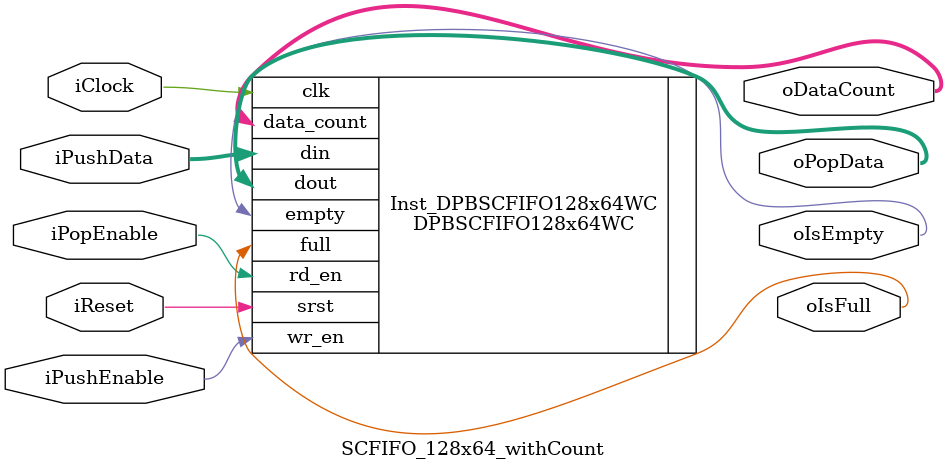
<source format=v>


//////////////////////////////////////////////////////////////////////////////////
// Revision History:
//
// * v1.0.0
//   - first draft 
//////////////////////////////////////////////////////////////////////////////////
`timescale 1ns / 1ps
module SCFIFO_128x64_withCount
(
    input           iClock          ,
    input           iReset          ,

    input   [127:0]  iPushData       ,
    input           iPushEnable     ,
    output          oIsFull         ,
    
    output  [127:0]  oPopData        ,
    input           iPopEnable      ,
    output          oIsEmpty        ,
    
    output  [5:0]   oDataCount
);

    DPBSCFIFO128x64WC
    Inst_DPBSCFIFO128x64WC
    (
        .clk            (iClock         ),
        .srst           (iReset         ),
        .din            (iPushData      ),
        .wr_en          (iPushEnable    ),
        .full           (oIsFull        ),
        .dout           (oPopData       ),
        .rd_en          (iPopEnable     ),
        .empty          (oIsEmpty       ),
        .data_count     (oDataCount     )
    );

endmodule

</source>
